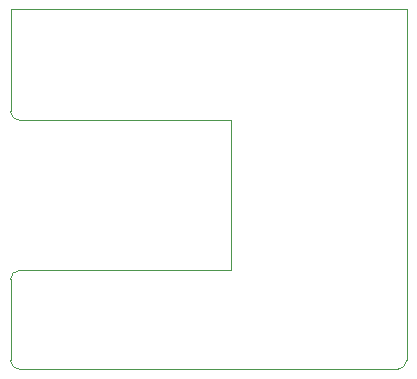
<source format=gbr>
G04 #@! TF.GenerationSoftware,KiCad,Pcbnew,(5.1.5)-3*
G04 #@! TF.CreationDate,2020-02-07T11:24:52-05:00*
G04 #@! TF.ProjectId,RPI-PWR,5250492d-5057-4522-9e6b-696361645f70,3*
G04 #@! TF.SameCoordinates,Original*
G04 #@! TF.FileFunction,Profile,NP*
%FSLAX46Y46*%
G04 Gerber Fmt 4.6, Leading zero omitted, Abs format (unit mm)*
G04 Created by KiCad (PCBNEW (5.1.5)-3) date 2020-02-07 11:24:52*
%MOMM*%
%LPD*%
G04 APERTURE LIST*
%ADD10C,0.100000*%
G04 APERTURE END LIST*
D10*
X18669000Y-9398000D02*
X762000Y-9398000D01*
X762000Y-22098000D02*
X18669000Y-22098000D01*
X762000Y-30480000D02*
X32766000Y-30480000D01*
X33528000Y0D02*
X0Y0D01*
X33528000Y-29718000D02*
X33528000Y0D01*
X32766000Y-30480000D02*
G75*
G03X33528000Y-29718000I0J762000D01*
G01*
X0Y-22860000D02*
X0Y-29718000D01*
X0Y-29718000D02*
G75*
G03X762000Y-30480000I762000J0D01*
G01*
X18669000Y-9398000D02*
X18669000Y-22098000D01*
X0Y-8636000D02*
X0Y0D01*
X0Y-8636000D02*
G75*
G03X762000Y-9398000I762000J0D01*
G01*
X762000Y-22098000D02*
G75*
G03X0Y-22860000I0J-762000D01*
G01*
M02*

</source>
